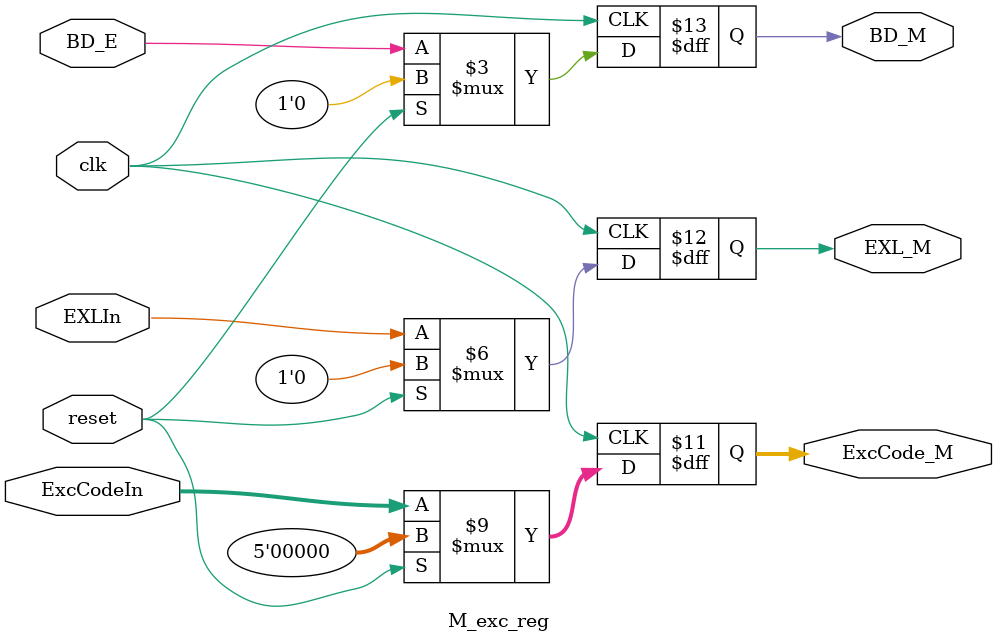
<source format=v>
`timescale 1ns / 1ps
module D_exc_reg(
	 input clk,
	 input reset,
	 input [6:2] ExcCodeIn,
	 input EXLIn,
	 input Branch,
	 output reg [6:2] ExcCode_D,
	 output reg EXL_D,
	 output reg BD_D
    );
	 
	 always @(posedge clk) begin
		if(reset) begin
			ExcCode_D <= 5'b0;
			EXL_D <= 1'b0;
			BD_D <= 1'b0;
		end
		else begin
			ExcCode_D<= ExcCodeIn;
			EXL_D <= EXLIn;
			BD_D <= Branch;
		end
	 end
	 
endmodule

module E_exc_reg(
	 input clk,
	 input reset,
	 input [6:2] ExcCodeIn,
	 input EXLIn,
	 input BD_D,
	 output reg [6:2] ExcCode_E,
	 output reg EXL_E,
	 output reg BD_E
    );
	 
	 always @(posedge clk) begin
		if(reset) begin
			ExcCode_E <= 5'b0;
			EXL_E <= 1'b0;
			BD_E <= 1'b0;
		end
		else begin
			ExcCode_E <= ExcCodeIn;
			EXL_E <= EXLIn;
			BD_E <= BD_D;
		end
	 end

endmodule


module M_exc_reg(
	 input clk,
	 input reset,
	 input [6:2] ExcCodeIn,
	 input EXLIn,
	 input BD_E,
	 output reg [6:2] ExcCode_M,
	 output reg EXL_M,
	 output reg BD_M
    );
	 
	 always @(posedge clk) begin
		if(reset) begin
			ExcCode_M <= 5'b0;
			EXL_M <= 1'b0;
			BD_M <= 1'b0;
		end
		else begin
			ExcCode_M<= ExcCodeIn;
			EXL_M <= EXLIn;
			BD_M <= BD_E;
		end
	 end
endmodule

</source>
